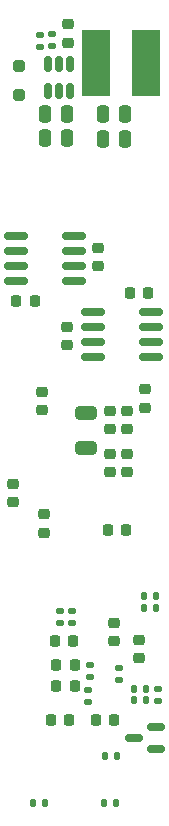
<source format=gbp>
G04 #@! TF.GenerationSoftware,KiCad,Pcbnew,8.0.5*
G04 #@! TF.CreationDate,2024-10-01T14:56:49-07:00*
G04 #@! TF.ProjectId,gr25_nodes,67723235-5f6e-46f6-9465-732e6b696361,rev?*
G04 #@! TF.SameCoordinates,Original*
G04 #@! TF.FileFunction,Paste,Bot*
G04 #@! TF.FilePolarity,Positive*
%FSLAX46Y46*%
G04 Gerber Fmt 4.6, Leading zero omitted, Abs format (unit mm)*
G04 Created by KiCad (PCBNEW 8.0.5) date 2024-10-01 14:56:49*
%MOMM*%
%LPD*%
G01*
G04 APERTURE LIST*
G04 Aperture macros list*
%AMRoundRect*
0 Rectangle with rounded corners*
0 $1 Rounding radius*
0 $2 $3 $4 $5 $6 $7 $8 $9 X,Y pos of 4 corners*
0 Add a 4 corners polygon primitive as box body*
4,1,4,$2,$3,$4,$5,$6,$7,$8,$9,$2,$3,0*
0 Add four circle primitives for the rounded corners*
1,1,$1+$1,$2,$3*
1,1,$1+$1,$4,$5*
1,1,$1+$1,$6,$7*
1,1,$1+$1,$8,$9*
0 Add four rect primitives between the rounded corners*
20,1,$1+$1,$2,$3,$4,$5,0*
20,1,$1+$1,$4,$5,$6,$7,0*
20,1,$1+$1,$6,$7,$8,$9,0*
20,1,$1+$1,$8,$9,$2,$3,0*%
G04 Aperture macros list end*
%ADD10RoundRect,0.135000X0.185000X-0.135000X0.185000X0.135000X-0.185000X0.135000X-0.185000X-0.135000X0*%
%ADD11RoundRect,0.250000X0.250000X0.475000X-0.250000X0.475000X-0.250000X-0.475000X0.250000X-0.475000X0*%
%ADD12RoundRect,0.225000X0.225000X0.250000X-0.225000X0.250000X-0.225000X-0.250000X0.225000X-0.250000X0*%
%ADD13RoundRect,0.225000X-0.250000X0.225000X-0.250000X-0.225000X0.250000X-0.225000X0.250000X0.225000X0*%
%ADD14RoundRect,0.250000X0.250000X-0.250000X0.250000X0.250000X-0.250000X0.250000X-0.250000X-0.250000X0*%
%ADD15RoundRect,0.135000X0.135000X0.185000X-0.135000X0.185000X-0.135000X-0.185000X0.135000X-0.185000X0*%
%ADD16RoundRect,0.218750X-0.218750X-0.256250X0.218750X-0.256250X0.218750X0.256250X-0.218750X0.256250X0*%
%ADD17RoundRect,0.135000X-0.185000X0.135000X-0.185000X-0.135000X0.185000X-0.135000X0.185000X0.135000X0*%
%ADD18RoundRect,0.225000X0.250000X-0.225000X0.250000X0.225000X-0.250000X0.225000X-0.250000X-0.225000X0*%
%ADD19RoundRect,0.150000X0.150000X-0.512500X0.150000X0.512500X-0.150000X0.512500X-0.150000X-0.512500X0*%
%ADD20RoundRect,0.135000X-0.135000X-0.185000X0.135000X-0.185000X0.135000X0.185000X-0.135000X0.185000X0*%
%ADD21RoundRect,0.150000X0.825000X0.150000X-0.825000X0.150000X-0.825000X-0.150000X0.825000X-0.150000X0*%
%ADD22RoundRect,0.225000X-0.225000X-0.250000X0.225000X-0.250000X0.225000X0.250000X-0.225000X0.250000X0*%
%ADD23RoundRect,0.250000X-0.250000X-0.475000X0.250000X-0.475000X0.250000X0.475000X-0.250000X0.475000X0*%
%ADD24RoundRect,0.250000X-0.650000X0.325000X-0.650000X-0.325000X0.650000X-0.325000X0.650000X0.325000X0*%
%ADD25RoundRect,0.150000X0.587500X0.150000X-0.587500X0.150000X-0.587500X-0.150000X0.587500X-0.150000X0*%
%ADD26R,2.400000X5.700000*%
%ADD27RoundRect,0.150000X-0.825000X-0.150000X0.825000X-0.150000X0.825000X0.150000X-0.825000X0.150000X0*%
%ADD28RoundRect,0.218750X0.218750X0.256250X-0.218750X0.256250X-0.218750X-0.256250X0.218750X-0.256250X0*%
G04 APERTURE END LIST*
D10*
G04 #@! TO.C,R8*
X120100000Y-87409999D03*
X120100000Y-86390001D03*
G04 #@! TD*
D11*
G04 #@! TO.C,C4*
X123200000Y-37637500D03*
X121300000Y-37637500D03*
G04 #@! TD*
D12*
G04 #@! TO.C,C11*
X118825000Y-82200000D03*
X117275000Y-82200000D03*
G04 #@! TD*
D13*
G04 #@! TO.C,C31*
X118300000Y-55625000D03*
X118300000Y-57175000D03*
G04 #@! TD*
D14*
G04 #@! TO.C,D6*
X114250000Y-35999998D03*
X114250000Y-33500000D03*
G04 #@! TD*
D15*
G04 #@! TO.C,R16*
X116400000Y-95900000D03*
X115380002Y-95900000D03*
G04 #@! TD*
G04 #@! TO.C,R7*
X125819998Y-78400000D03*
X124800000Y-78400000D03*
G04 #@! TD*
D13*
G04 #@! TO.C,C16*
X116200000Y-61125000D03*
X116200000Y-62675000D03*
G04 #@! TD*
D16*
G04 #@! TO.C,D2*
X117362499Y-86000000D03*
X118937501Y-86000000D03*
G04 #@! TD*
D11*
G04 #@! TO.C,C5*
X123200000Y-39700000D03*
X121300000Y-39700000D03*
G04 #@! TD*
D17*
G04 #@! TO.C,R13*
X126000000Y-86300000D03*
X126000000Y-87319998D03*
G04 #@! TD*
D18*
G04 #@! TO.C,C22*
X123400000Y-64300000D03*
X123400000Y-62750000D03*
G04 #@! TD*
D19*
G04 #@! TO.C,U2*
X118550000Y-35637500D03*
X117600000Y-35637500D03*
X116650000Y-35637500D03*
X116650000Y-33362500D03*
X117600000Y-33362500D03*
X118550000Y-33362500D03*
G04 #@! TD*
D20*
G04 #@! TO.C,R14*
X123980002Y-86250000D03*
X125000000Y-86250000D03*
G04 #@! TD*
D15*
G04 #@! TO.C,R6*
X125800000Y-79400000D03*
X124780002Y-79400000D03*
G04 #@! TD*
D20*
G04 #@! TO.C,R10*
X121490001Y-92000000D03*
X122509999Y-92000000D03*
G04 #@! TD*
G04 #@! TO.C,R15*
X123990001Y-87250000D03*
X125009999Y-87250000D03*
G04 #@! TD*
D21*
G04 #@! TO.C,U3*
X118875000Y-47920000D03*
X118875000Y-49190000D03*
X118875000Y-50460000D03*
X118875000Y-51730000D03*
X113925000Y-51730000D03*
X113925000Y-50460000D03*
X113925000Y-49190000D03*
X113925000Y-47920000D03*
G04 #@! TD*
D13*
G04 #@! TO.C,C25*
X121900000Y-66400000D03*
X121900000Y-67950000D03*
G04 #@! TD*
D17*
G04 #@! TO.C,R4*
X118700000Y-79700000D03*
X118700000Y-80719998D03*
G04 #@! TD*
D13*
G04 #@! TO.C,C13*
X124400000Y-82150000D03*
X124400000Y-83700000D03*
G04 #@! TD*
D22*
G04 #@! TO.C,C28*
X114000000Y-53400000D03*
X115550000Y-53400000D03*
G04 #@! TD*
D13*
G04 #@! TO.C,C24*
X123400000Y-66400000D03*
X123400000Y-67950000D03*
G04 #@! TD*
D23*
G04 #@! TO.C,C1*
X116400000Y-37600000D03*
X118300000Y-37600000D03*
G04 #@! TD*
D24*
G04 #@! TO.C,L2*
X119900000Y-62925000D03*
X119900000Y-65875000D03*
G04 #@! TD*
D10*
G04 #@! TO.C,R9*
X120200000Y-85300000D03*
X120200000Y-84280002D03*
G04 #@! TD*
D17*
G04 #@! TO.C,R5*
X117700000Y-79700000D03*
X117700000Y-80719998D03*
G04 #@! TD*
D15*
G04 #@! TO.C,R17*
X122419998Y-95900000D03*
X121400000Y-95900000D03*
G04 #@! TD*
D25*
G04 #@! TO.C,Q1*
X125837500Y-89500000D03*
X125837500Y-91400000D03*
X123962499Y-90450000D03*
G04 #@! TD*
D23*
G04 #@! TO.C,C2*
X116400000Y-39600000D03*
X118300000Y-39600000D03*
G04 #@! TD*
D18*
G04 #@! TO.C,C19*
X124900000Y-62475000D03*
X124900000Y-60925000D03*
G04 #@! TD*
D12*
G04 #@! TO.C,C8*
X122275000Y-88900000D03*
X120725000Y-88900000D03*
G04 #@! TD*
G04 #@! TO.C,C17*
X123300000Y-72800000D03*
X121750000Y-72800000D03*
G04 #@! TD*
D18*
G04 #@! TO.C,C23*
X121900000Y-64300000D03*
X121900000Y-62750000D03*
G04 #@! TD*
G04 #@! TO.C,C21*
X116300000Y-73050000D03*
X116300000Y-71500000D03*
G04 #@! TD*
G04 #@! TO.C,C18*
X113700000Y-70475000D03*
X113700000Y-68925000D03*
G04 #@! TD*
D17*
G04 #@! TO.C,R11*
X122700000Y-84500000D03*
X122700000Y-85519998D03*
G04 #@! TD*
D12*
G04 #@! TO.C,C30*
X125175000Y-52800000D03*
X123625000Y-52800000D03*
G04 #@! TD*
D26*
G04 #@! TO.C,L1*
X120750000Y-33250000D03*
X124950000Y-33250000D03*
G04 #@! TD*
D18*
G04 #@! TO.C,C29*
X120900000Y-50475000D03*
X120900000Y-48925000D03*
G04 #@! TD*
D10*
G04 #@! TO.C,R2*
X116000000Y-31907500D03*
X116000000Y-30887500D03*
G04 #@! TD*
D27*
G04 #@! TO.C,U6*
X120450000Y-58210000D03*
X120450000Y-56940000D03*
X120450000Y-55670000D03*
X120450000Y-54400000D03*
X125400000Y-54400000D03*
X125400000Y-55670000D03*
X125400000Y-56940000D03*
X125400000Y-58210000D03*
G04 #@! TD*
D17*
G04 #@! TO.C,R1*
X117000000Y-30867502D03*
X117000000Y-31887500D03*
G04 #@! TD*
D22*
G04 #@! TO.C,C12*
X116925000Y-88900000D03*
X118475000Y-88900000D03*
G04 #@! TD*
D13*
G04 #@! TO.C,C15*
X122300000Y-80700000D03*
X122300000Y-82250000D03*
G04 #@! TD*
G04 #@! TO.C,C3*
X118400000Y-30025000D03*
X118400000Y-31575000D03*
G04 #@! TD*
D28*
G04 #@! TO.C,D3*
X118937501Y-84250000D03*
X117362499Y-84250000D03*
G04 #@! TD*
M02*

</source>
